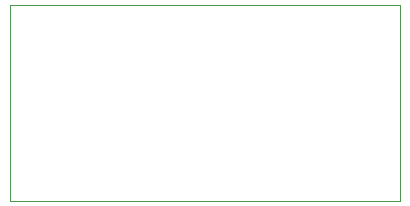
<source format=gm1>
G04 #@! TF.GenerationSoftware,KiCad,Pcbnew,9.0.2*
G04 #@! TF.CreationDate,2025-06-20T02:48:36-04:00*
G04 #@! TF.ProjectId,IR_Prototype,49525f50-726f-4746-9f74-7970652e6b69,rev?*
G04 #@! TF.SameCoordinates,Original*
G04 #@! TF.FileFunction,Profile,NP*
%FSLAX46Y46*%
G04 Gerber Fmt 4.6, Leading zero omitted, Abs format (unit mm)*
G04 Created by KiCad (PCBNEW 9.0.2) date 2025-06-20 02:48:36*
%MOMM*%
%LPD*%
G01*
G04 APERTURE LIST*
G04 #@! TA.AperFunction,Profile*
%ADD10C,0.038100*%
G04 #@! TD*
G04 APERTURE END LIST*
D10*
X65000000Y-34800000D02*
X32000000Y-34800000D01*
X32000000Y-51400000D02*
X64000000Y-51400000D01*
X65000000Y-51400000D02*
X65000000Y-34800000D01*
X64000000Y-51400000D02*
X65000000Y-51400000D01*
X32000000Y-34800000D02*
X32000000Y-51400000D01*
M02*

</source>
